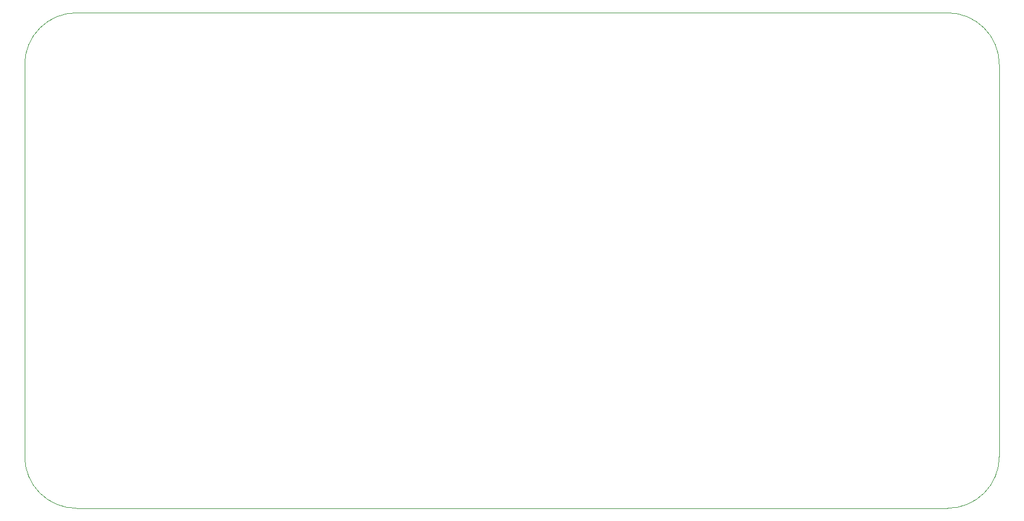
<source format=gbr>
%TF.GenerationSoftware,KiCad,Pcbnew,7.0.10*%
%TF.CreationDate,2024-03-07T15:45:00-03:00*%
%TF.ProjectId,board_THT - Copia,626f6172-645f-4544-9854-202d20436f70,rev?*%
%TF.SameCoordinates,Original*%
%TF.FileFunction,Profile,NP*%
%FSLAX46Y46*%
G04 Gerber Fmt 4.6, Leading zero omitted, Abs format (unit mm)*
G04 Created by KiCad (PCBNEW 7.0.10) date 2024-03-07 15:45:00*
%MOMM*%
%LPD*%
G01*
G04 APERTURE LIST*
%TA.AperFunction,Profile*%
%ADD10C,0.100000*%
%TD*%
G04 APERTURE END LIST*
D10*
X187960000Y-46990002D02*
X187959999Y-104774999D01*
X180340000Y-39370002D02*
X52070001Y-39370000D01*
X180340000Y-112394998D02*
X52070001Y-112394998D01*
X44450001Y-46990001D02*
X44450002Y-104774998D01*
X187959998Y-46990002D02*
G75*
G03*
X180340000Y-39370002I-7619998J2D01*
G01*
X52070001Y-39370001D02*
G75*
G03*
X44450001Y-46990001I-1J-7619999D01*
G01*
X44450002Y-104774998D02*
G75*
G03*
X52070001Y-112394998I7619998J-2D01*
G01*
X180339999Y-112394999D02*
G75*
G03*
X187959999Y-104774999I1J7619999D01*
G01*
M02*

</source>
